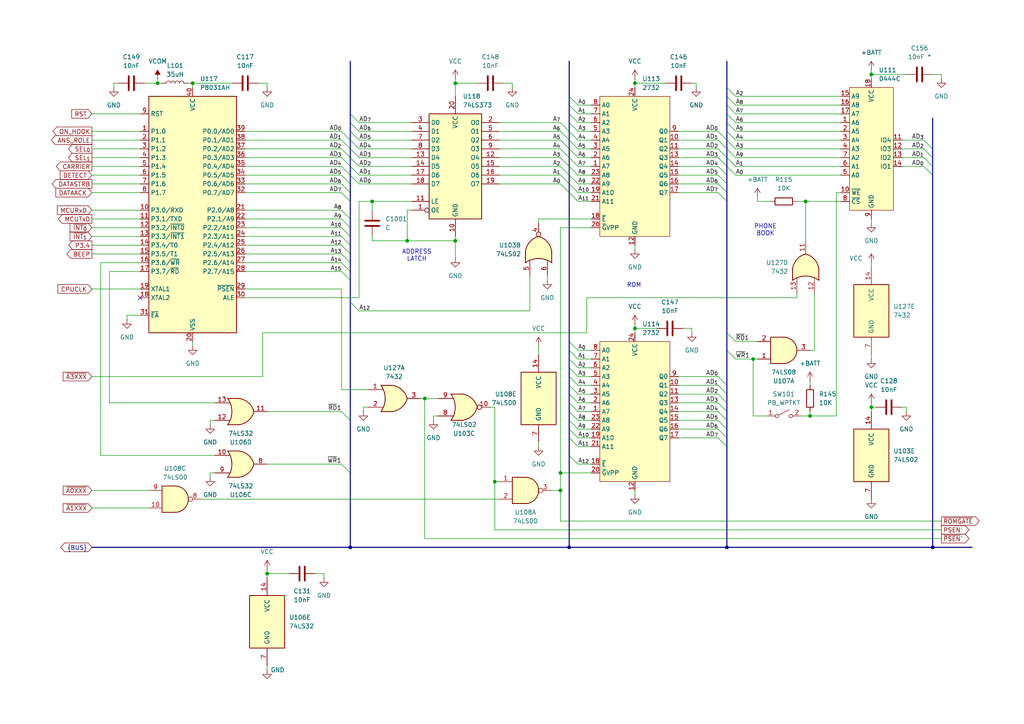
<source format=kicad_sch>
(kicad_sch (version 20250114) (generator "eeschema") (generator_version "9.0")
  (paper "A4")
  (lib_symbols
    (symbol "74xx:74LS00" (pin_names (offset 1.016))
      (property "Reference" "U" (at 0 1.27 0))
      (property "Value" "74LS00" (at 0 -1.27 0))
      (symbol "74LS00_1_1"
        (pin input line (at -7.62 2.54 0) (length 3.81) (name "~") (number "1"))
        (pin input line (at -7.62 -2.54 0) (length 3.81) (name "~") (number "2"))
        (pin output inverted (at 7.62 0 180) (length 3.81) (name "~") (number "3"))
      )
      (symbol "74LS00_1_2"
        (pin input inverted (at -7.62 2.54 0) (length 4.318) (name "~") (number "1"))
        (pin input inverted (at -7.62 -2.54 0) (length 4.318) (name "~") (number "2"))
        (pin output line (at 7.62 0 180) (length 3.81) (name "~") (number "3"))
      )
      (symbol "74LS00_2_1"
        (pin input line (at -7.62 2.54 0) (length 3.81) (name "~") (number "4"))
        (pin input line (at -7.62 -2.54 0) (length 3.81) (name "~") (number "5"))
        (pin output inverted (at 7.62 0 180) (length 3.81) (name "~") (number "6"))
      )
      (symbol "74LS00_2_2"
        (pin input inverted (at -7.62 2.54 0) (length 4.318) (name "~") (number "4"))
        (pin input inverted (at -7.62 -2.54 0) (length 4.318) (name "~") (number "5"))
        (pin output line (at 7.62 0 180) (length 3.81) (name "~") (number "6"))
      )
      (symbol "74LS00_3_1"
        (pin input line (at -7.62 2.54 0) (length 3.81) (name "~") (number "9"))
        (pin input line (at -7.62 -2.54 0) (length 3.81) (name "~") (number "10"))
        (pin output inverted (at 7.62 0 180) (length 3.81) (name "~") (number "8"))
      )
      (symbol "74LS00_3_2"
        (pin input inverted (at -7.62 2.54 0) (length 4.318) (name "~") (number "9"))
        (pin input inverted (at -7.62 -2.54 0) (length 4.318) (name "~") (number "10"))
        (pin output line (at 7.62 0 180) (length 3.81) (name "~") (number "8"))
      )
      (symbol "74LS00_4_1"
        (pin input line (at -7.62 2.54 0) (length 3.81) (name "~") (number "12"))
        (pin input line (at -7.62 -2.54 0) (length 3.81) (name "~") (number "13"))
        (pin output inverted (at 7.62 0 180) (length 3.81) (name "~") (number "11"))
      )
      (symbol "74LS00_4_2"
        (pin input inverted (at -7.62 2.54 0) (length 4.318) (name "~") (number "12"))
        (pin input inverted (at -7.62 -2.54 0) (length 4.318) (name "~") (number "13"))
        (pin output line (at 7.62 0 180) (length 3.81) (name "~") (number "11"))
      )
      (symbol "74LS00_5_0"
        (pin power_in line (at 0 12.7 270) (length 5.08) (name "VCC") (number "14"))
        (pin power_in line (at 0 -12.7 90) (length 5.08) (name "GND") (number "7"))
      )
    )
    (symbol "74xx:74LS02" (pin_names (offset 1.016))
      (property "Reference" "U" (at 0 1.27 0))
      (property "Value" "74LS02" (at 0 -1.27 0))
      (symbol "74LS02_1_1"
        (pin input line (at -7.62 2.54 0) (length 4.318) (name "~") (number "2"))
        (pin input line (at -7.62 -2.54 0) (length 4.318) (name "~") (number "3"))
        (pin output inverted (at 7.62 0 180) (length 3.81) (name "~") (number "1"))
      )
      (symbol "74LS02_1_2"
        (pin input inverted (at -7.62 2.54 0) (length 3.81) (name "~") (number "2"))
        (pin input inverted (at -7.62 -2.54 0) (length 3.81) (name "~") (number "3"))
        (pin output line (at 7.62 0 180) (length 3.81) (name "~") (number "1"))
      )
      (symbol "74LS02_2_1"
        (pin input line (at -7.62 2.54 0) (length 4.318) (name "~") (number "5"))
        (pin input line (at -7.62 -2.54 0) (length 4.318) (name "~") (number "6"))
        (pin output inverted (at 7.62 0 180) (length 3.81) (name "~") (number "4"))
      )
      (symbol "74LS02_2_2"
        (pin input inverted (at -7.62 2.54 0) (length 3.81) (name "~") (number "5"))
        (pin input inverted (at -7.62 -2.54 0) (length 3.81) (name "~") (number "6"))
        (pin output line (at 7.62 0 180) (length 3.81) (name "~") (number "4"))
      )
      (symbol "74LS02_3_1"
        (pin input line (at -7.62 2.54 0) (length 4.318) (name "~") (number "8"))
        (pin input line (at -7.62 -2.54 0) (length 4.318) (name "~") (number "9"))
        (pin output inverted (at 7.62 0 180) (length 3.81) (name "~") (number "10"))
      )
      (symbol "74LS02_3_2"
        (pin input inverted (at -7.62 2.54 0) (length 3.81) (name "~") (number "8"))
        (pin input inverted (at -7.62 -2.54 0) (length 3.81) (name "~") (number "9"))
        (pin output line (at 7.62 0 180) (length 3.81) (name "~") (number "10"))
      )
      (symbol "74LS02_4_1"
        (pin input line (at -7.62 2.54 0) (length 4.318) (name "~") (number "11"))
        (pin input line (at -7.62 -2.54 0) (length 4.318) (name "~") (number "12"))
        (pin output inverted (at 7.62 0 180) (length 3.81) (name "~") (number "13"))
      )
      (symbol "74LS02_4_2"
        (pin input inverted (at -7.62 2.54 0) (length 3.81) (name "~") (number "11"))
        (pin input inverted (at -7.62 -2.54 0) (length 3.81) (name "~") (number "12"))
        (pin output line (at 7.62 0 180) (length 3.81) (name "~") (number "13"))
      )
      (symbol "74LS02_5_0"
        (pin power_in line (at 0 12.7 270) (length 5.08) (name "VCC") (number "14"))
        (pin power_in line (at 0 -12.7 90) (length 5.08) (name "GND") (number "7"))
      )
    )
    (symbol "74xx:74LS08" (pin_names (offset 1.016))
      (property "Reference" "U" (at 0 1.27 0))
      (property "Value" "74LS08" (at 0 -1.27 0))
      (symbol "74LS08_1_1"
        (pin input line (at -7.62 2.54 0) (length 3.81) (name "~") (number "1"))
        (pin input line (at -7.62 -2.54 0) (length 3.81) (name "~") (number "2"))
        (pin output line (at 7.62 0 180) (length 3.81) (name "~") (number "3"))
      )
      (symbol "74LS08_1_2"
        (pin input inverted (at -7.62 2.54 0) (length 4.318) (name "~") (number "1"))
        (pin input inverted (at -7.62 -2.54 0) (length 4.318) (name "~") (number "2"))
        (pin output inverted (at 7.62 0 180) (length 3.81) (name "~") (number "3"))
      )
      (symbol "74LS08_2_1"
        (pin input line (at -7.62 2.54 0) (length 3.81) (name "~") (number "4"))
        (pin input line (at -7.62 -2.54 0) (length 3.81) (name "~") (number "5"))
        (pin output line (at 7.62 0 180) (length 3.81) (name "~") (number "6"))
      )
      (symbol "74LS08_2_2"
        (pin input inverted (at -7.62 2.54 0) (length 4.318) (name "~") (number "4"))
        (pin input inverted (at -7.62 -2.54 0) (length 4.318) (name "~") (number "5"))
        (pin output inverted (at 7.62 0 180) (length 3.81) (name "~") (number "6"))
      )
      (symbol "74LS08_3_1"
        (pin input line (at -7.62 2.54 0) (length 3.81) (name "~") (number "9"))
        (pin input line (at -7.62 -2.54 0) (length 3.81) (name "~") (number "10"))
        (pin output line (at 7.62 0 180) (length 3.81) (name "~") (number "8"))
      )
      (symbol "74LS08_3_2"
        (pin input inverted (at -7.62 2.54 0) (length 4.318) (name "~") (number "9"))
        (pin input inverted (at -7.62 -2.54 0) (length 4.318) (name "~") (number "10"))
        (pin output inverted (at 7.62 0 180) (length 3.81) (name "~") (number "8"))
      )
      (symbol "74LS08_4_1"
        (pin input line (at -7.62 2.54 0) (length 3.81) (name "~") (number "12"))
        (pin input line (at -7.62 -2.54 0) (length 3.81) (name "~") (number "13"))
        (pin output line (at 7.62 0 180) (length 3.81) (name "~") (number "11"))
      )
      (symbol "74LS08_4_2"
        (pin input inverted (at -7.62 2.54 0) (length 4.318) (name "~") (number "12"))
        (pin input inverted (at -7.62 -2.54 0) (length 4.318) (name "~") (number "13"))
        (pin output inverted (at 7.62 0 180) (length 3.81) (name "~") (number "11"))
      )
      (symbol "74LS08_5_0"
        (pin power_in line (at 0 12.7 270) (length 5.08) (name "VCC") (number "14"))
        (pin power_in line (at 0 -12.7 90) (length 5.08) (name "GND") (number "7"))
      )
    )
    (symbol "74xx:74LS32" (pin_names (offset 1.016))
      (property "Reference" "U" (at 0 1.27 0))
      (property "Value" "74LS32" (at 0 -1.27 0))
      (symbol "74LS32_1_1"
        (pin input line (at -7.62 2.54 0) (length 4.318) (name "~") (number "1"))
        (pin input line (at -7.62 -2.54 0) (length 4.318) (name "~") (number "2"))
        (pin output line (at 7.62 0 180) (length 3.81) (name "~") (number "3"))
      )
      (symbol "74LS32_1_2"
        (pin input inverted (at -7.62 2.54 0) (length 3.81) (name "~") (number "1"))
        (pin input inverted (at -7.62 -2.54 0) (length 3.81) (name "~") (number "2"))
        (pin output inverted (at 7.62 0 180) (length 3.81) (name "~") (number "3"))
      )
      (symbol "74LS32_2_1"
        (pin input line (at -7.62 2.54 0) (length 4.318) (name "~") (number "4"))
        (pin input line (at -7.62 -2.54 0) (length 4.318) (name "~") (number "5"))
        (pin output line (at 7.62 0 180) (length 3.81) (name "~") (number "6"))
      )
      (symbol "74LS32_2_2"
        (pin input inverted (at -7.62 2.54 0) (length 3.81) (name "~") (number "4"))
        (pin input inverted (at -7.62 -2.54 0) (length 3.81) (name "~") (number "5"))
        (pin output inverted (at 7.62 0 180) (length 3.81) (name "~") (number "6"))
      )
      (symbol "74LS32_3_1"
        (pin input line (at -7.62 2.54 0) (length 4.318) (name "~") (number "9"))
        (pin input line (at -7.62 -2.54 0) (length 4.318) (name "~") (number "10"))
        (pin output line (at 7.62 0 180) (length 3.81) (name "~") (number "8"))
      )
      (symbol "74LS32_3_2"
        (pin input inverted (at -7.62 2.54 0) (length 3.81) (name "~") (number "9"))
        (pin input inverted (at -7.62 -2.54 0) (length 3.81) (name "~") (number "10"))
        (pin output inverted (at 7.62 0 180) (length 3.81) (name "~") (number "8"))
      )
      (symbol "74LS32_4_1"
        (pin input line (at -7.62 2.54 0) (length 4.318) (name "~") (number "12"))
        (pin input line (at -7.62 -2.54 0) (length 4.318) (name "~") (number "13"))
        (pin output line (at 7.62 0 180) (length 3.81) (name "~") (number "11"))
      )
      (symbol "74LS32_4_2"
        (pin input inverted (at -7.62 2.54 0) (length 3.81) (name "~") (number "12"))
        (pin input inverted (at -7.62 -2.54 0) (length 3.81) (name "~") (number "13"))
        (pin output inverted (at 7.62 0 180) (length 3.81) (name "~") (number "11"))
      )
      (symbol "74LS32_5_0"
        (pin power_in line (at 0 12.7 270) (length 5.08) (name "VCC") (number "14"))
        (pin power_in line (at 0 -12.7 90) (length 5.08) (name "GND") (number "7"))
      )
    )
    (symbol "74xx:74LS373"
      (property "Reference" "U" (at -7.62 16.51 0))
      (property "Value" "74LS373" (at -7.62 -16.51 0))
      (symbol "74LS373_1_0"
        (pin input line (at -12.7 12.7 0) (length 5.08) (name "D0") (number "3"))
        (pin input line (at -12.7 10.16 0) (length 5.08) (name "D1") (number "4"))
        (pin input line (at -12.7 7.62 0) (length 5.08) (name "D2") (number "7"))
        (pin input line (at -12.7 5.08 0) (length 5.08) (name "D3") (number "8"))
        (pin input line (at -12.7 2.54 0) (length 5.08) (name "D4") (number "13"))
        (pin input line (at -12.7 0 0) (length 5.08) (name "D5") (number "14"))
        (pin input line (at -12.7 -2.54 0) (length 5.08) (name "D6") (number "17"))
        (pin input line (at -12.7 -5.08 0) (length 5.08) (name "D7") (number "18"))
        (pin input line (at -12.7 -10.16 0) (length 5.08) (name "LE") (number "11"))
        (pin input inverted (at -12.7 -12.7 0) (length 5.08) (name "OE") (number "1"))
        (pin power_in line (at 0 20.32 270) (length 5.08) (name "VCC") (number "20"))
        (pin power_in line (at 0 -20.32 90) (length 5.08) (name "GND") (number "10"))
        (pin tri_state line (at 12.7 12.7 180) (length 5.08) (name "O0") (number "2"))
        (pin tri_state line (at 12.7 10.16 180) (length 5.08) (name "O1") (number "5"))
        (pin tri_state line (at 12.7 7.62 180) (length 5.08) (name "O2") (number "6"))
        (pin tri_state line (at 12.7 5.08 180) (length 5.08) (name "O3") (number "9"))
        (pin tri_state line (at 12.7 2.54 180) (length 5.08) (name "O4") (number "12"))
        (pin tri_state line (at 12.7 0 180) (length 5.08) (name "O5") (number "15"))
        (pin tri_state line (at 12.7 -2.54 180) (length 5.08) (name "O6") (number "16"))
        (pin tri_state line (at 12.7 -5.08 180) (length 5.08) (name "O7") (number "19"))
      )
    )
    (symbol "Device:C" (pin_numbers (hide yes)) (pin_names (offset 0.254))
      (property "Reference" "C" (at 0.635 2.54 0))
      (property "Value" "C" (at 0.635 -2.54 0))
      (symbol "C_1_1"
        (pin passive line (at 0 3.81 270) (length 2.794) (name "~") (number "1"))
        (pin passive line (at 0 -3.81 90) (length 2.794) (name "~") (number "2"))
      )
    )
    (symbol "Device:L" (pin_numbers (hide yes)) (pin_names (offset 1.016) (hide yes))
      (property "Reference" "L" (at -1.27 0 90))
      (property "Value" "L" (at 1.905 0 90))
      (symbol "L_1_1"
        (pin passive line (at 0 3.81 270) (length 1.27) (name "1") (number "1"))
        (pin passive line (at 0 -3.81 90) (length 1.27) (name "2") (number "2"))
      )
    )
    (symbol "Device:R" (pin_numbers (hide yes)) (pin_names (offset 0))
      (property "Reference" "R" (at 2.032 0 90))
      (property "Value" "R" (at 0 0 90))
      (symbol "R_1_1"
        (pin passive line (at 0 3.81 270) (length 1.27) (name "~") (number "1"))
        (pin passive line (at 0 -3.81 90) (length 1.27) (name "~") (number "2"))
      )
    )
    (symbol "MCU_Intel:P8031AH"
      (property "Reference" "U" (at -11.684 35.052 0))
      (property "Value" "P8031AH" (at 8.128 35.052 0))
      (symbol "P8031AH_1_0"
        (pin bidirectional line (at -15.24 17.78 0) (length 2.54) (name "P1.2") (number "3"))
      )
      (symbol "P8031AH_1_1"
        (pin input line (at -15.24 27.94 0) (length 2.54) (name "RST") (number "9"))
        (pin bidirectional line (at -15.24 22.86 0) (length 2.54) (name "P1.0") (number "1"))
        (pin bidirectional line (at -15.24 20.32 0) (length 2.54) (name "P1.1") (number "2"))
        (pin bidirectional line (at -15.24 15.24 0) (length 2.54) (name "P1.3") (number "4"))
        (pin bidirectional line (at -15.24 12.7 0) (length 2.54) (name "P1.4") (number "5"))
        (pin bidirectional line (at -15.24 10.16 0) (length 2.54) (name "P1.5") (number "6"))
        (pin bidirectional line (at -15.24 7.62 0) (length 2.54) (name "P1.6") (number "7"))
        (pin bidirectional line (at -15.24 5.08 0) (length 2.54) (name "P1.7") (number "8"))
        (pin bidirectional line (at -15.24 0 0) (length 2.54) (name "P3.0/RXD") (number "10"))
        (pin bidirectional line (at -15.24 -2.54 0) (length 2.54) (name "P3.1/TXD") (number "11"))
        (pin bidirectional line (at -15.24 -5.08 0) (length 2.54) (name "P3.2/~{INT0}") (number "12"))
        (pin bidirectional line (at -15.24 -7.62 0) (length 2.54) (name "P3.3/~{INT1}") (number "13"))
        (pin bidirectional line (at -15.24 -10.16 0) (length 2.54) (name "P3.4/T0") (number "14"))
        (pin bidirectional line (at -15.24 -12.7 0) (length 2.54) (name "P3.5/T1") (number "15"))
        (pin bidirectional line (at -15.24 -15.24 0) (length 2.54) (name "P3.6/~{WR}") (number "16"))
        (pin bidirectional line (at -15.24 -17.78 0) (length 2.54) (name "P3.7/~{RD}") (number "17"))
        (pin input line (at -15.24 -22.86 0) (length 2.54) (name "XTAL1") (number "19"))
        (pin output line (at -15.24 -25.4 0) (length 2.54) (name "XTAL2") (number "18"))
        (pin input line (at -15.24 -30.48 0) (length 2.54) (name "~{EA}") (number "31"))
        (pin power_in line (at 0 35.56 270) (length 2.54) (name "VCC") (number "40"))
        (pin power_in line (at 0 -38.1 90) (length 2.54) (name "VSS") (number "20"))
        (pin bidirectional line (at 15.24 22.86 180) (length 2.54) (name "P0.0/AD0") (number "39"))
        (pin bidirectional line (at 15.24 20.32 180) (length 2.54) (name "P0.1/AD1") (number "38"))
        (pin bidirectional line (at 15.24 17.78 180) (length 2.54) (name "P0.2/AD2") (number "37"))
        (pin bidirectional line (at 15.24 15.24 180) (length 2.54) (name "P0.3/AD3") (number "36"))
        (pin bidirectional line (at 15.24 12.7 180) (length 2.54) (name "P0.4/AD4") (number "35"))
        (pin bidirectional line (at 15.24 10.16 180) (length 2.54) (name "P0.5/AD5") (number "34"))
        (pin bidirectional line (at 15.24 7.62 180) (length 2.54) (name "P0.6/AD6") (number "33"))
        (pin bidirectional line (at 15.24 5.08 180) (length 2.54) (name "P0.7/AD7") (number "32"))
        (pin bidirectional line (at 15.24 0 180) (length 2.54) (name "P2.0/A8") (number "21"))
        (pin bidirectional line (at 15.24 -2.54 180) (length 2.54) (name "P2.1/A9") (number "22"))
        (pin bidirectional line (at 15.24 -5.08 180) (length 2.54) (name "P2.2/A10") (number "23"))
        (pin bidirectional line (at 15.24 -7.62 180) (length 2.54) (name "P2.3/A11") (number "24"))
        (pin bidirectional line (at 15.24 -10.16 180) (length 2.54) (name "P2.4/A12") (number "25"))
        (pin bidirectional line (at 15.24 -12.7 180) (length 2.54) (name "P2.5/A13") (number "26"))
        (pin bidirectional line (at 15.24 -15.24 180) (length 2.54) (name "P2.6/A14") (number "27"))
        (pin bidirectional line (at 15.24 -17.78 180) (length 2.54) (name "P2.7/A15") (number "28"))
        (pin output line (at 15.24 -22.86 180) (length 2.54) (name "~{PSEN}") (number "29"))
        (pin output line (at 15.24 -25.4 180) (length 2.54) (name "ALE") (number "30"))
      )
    )
    (symbol "Switch:SW_SPST" (pin_names (offset 0) (hide yes))
      (property "Reference" "SW" (at 0 3.175 0))
      (property "Value" "SW_SPST" (at 0 -2.54 0))
      (symbol "SW_SPST_1_1"
        (pin passive line (at -5.08 0 0) (length 2.54) (name "A") (number "1"))
        (pin passive line (at 5.08 0 180) (length 2.54) (name "B") (number "2"))
      )
    )
    (symbol "ZX1:2732"
      (property "Reference" "U" (at 0 5.08 0))
      (property "Value" "2732" (at 0 5.08 0))
      (symbol "2732_1_1"
        (pin input line (at -12.7 16.51 0) (length 2.54) (name "A0") (number "8"))
        (pin input line (at -12.7 13.97 0) (length 2.54) (name "A1") (number "7"))
        (pin input line (at -12.7 11.43 0) (length 2.54) (name "A2") (number "6"))
        (pin input line (at -12.7 8.89 0) (length 2.54) (name "A3") (number "5"))
        (pin input line (at -12.7 6.35 0) (length 2.54) (name "A4") (number "4"))
        (pin input line (at -12.7 3.81 0) (length 2.54) (name "A5") (number "3"))
        (pin input line (at -12.7 1.27 0) (length 2.54) (name "A6") (number "2"))
        (pin input line (at -12.7 -1.27 0) (length 2.54) (name "A7") (number "1"))
        (pin input line (at -12.7 -3.81 0) (length 2.54) (name "A8") (number "23"))
        (pin input line (at -12.7 -6.35 0) (length 2.54) (name "A9") (number "22"))
        (pin input line (at -12.7 -8.89 0) (length 2.54) (name "A10") (number "19"))
        (pin input line (at -12.7 -11.43 0) (length 2.54) (name "A11") (number "21"))
        (pin input line (at -12.7 -16.51 0) (length 2.54) (name "~{E}") (number "18"))
        (pin input line (at -12.7 -19.05 0) (length 2.54) (name "~{G}VPP") (number "20"))
        (pin power_in line (at 0 21.59 270) (length 2.54) (name "VCC") (number "24"))
        (pin power_in line (at 0 -24.13 90) (length 2.54) (name "GND") (number "12"))
        (pin output line (at 12.7 8.89 180) (length 2.54) (name "Q0") (number "9"))
        (pin output line (at 12.7 6.35 180) (length 2.54) (name "Q1") (number "10"))
        (pin output line (at 12.7 3.81 180) (length 2.54) (name "Q2") (number "11"))
        (pin output line (at 12.7 1.27 180) (length 2.54) (name "Q3") (number "13"))
        (pin output line (at 12.7 -1.27 180) (length 2.54) (name "Q4") (number "14"))
        (pin output line (at 12.7 -3.81 180) (length 2.54) (name "Q5") (number "15"))
        (pin output line (at 12.7 -6.35 180) (length 2.54) (name "Q6") (number "16"))
        (pin output line (at 12.7 -8.89 180) (length 2.54) (name "Q7") (number "17"))
      )
    )
    (symbol "ZX1:D444C"
      (property "Reference" "U" (at 0 0 0))
      (property "Value" "D444C" (at 0 0 0))
      (symbol "D444C_1_1"
        (pin input line (at -8.89 15.24 0) (length 2.54) (name "A9") (number "15"))
        (pin input line (at -8.89 12.7 0) (length 2.54) (name "A8") (number "16"))
        (pin input line (at -8.89 10.16 0) (length 2.54) (name "A7") (number "17"))
        (pin input line (at -8.89 7.62 0) (length 2.54) (name "A6") (number "1"))
        (pin input line (at -8.89 5.08 0) (length 2.54) (name "A5") (number "2"))
        (pin input line (at -8.89 2.54 0) (length 2.54) (name "A4") (number "3"))
        (pin input line (at -8.89 0 0) (length 2.54) (name "A3") (number "4"))
        (pin input line (at -8.89 -2.54 0) (length 2.54) (name "A2") (number "7"))
        (pin input line (at -8.89 -5.08 0) (length 2.54) (name "A1") (number "6"))
        (pin input line (at -8.89 -7.62 0) (length 2.54) (name "A0") (number "5"))
        (pin input line (at -8.89 -12.7 0) (length 2.54) (name "~{WE}") (number "10"))
        (pin input line (at -8.89 -15.24 0) (length 2.54) (name "~{CS}") (number "8"))
        (pin power_in line (at 0 20.32 270) (length 2.54) (name "VCC") (number "18"))
        (pin power_in line (at 0 -20.32 90) (length 2.54) (name "GND") (number "9"))
        (pin bidirectional line (at 8.89 2.54 180) (length 2.54) (name "IO4") (number "11"))
        (pin bidirectional line (at 8.89 0 180) (length 2.54) (name "IO3") (number "12"))
        (pin bidirectional line (at 8.89 -2.54 180) (length 2.54) (name "IO2") (number "13"))
        (pin bidirectional line (at 8.89 -5.08 180) (length 2.54) (name "IO1") (number "14"))
      )
    )
    (symbol "power:+BATT" (power) (pin_numbers (hide yes)) (pin_names (offset 0) (hide yes))
      (property "Value" "+BATT" (at 0 3.556 0))
      (symbol "+BATT_1_1"
        (pin power_in line (at 0 0 90) (length 0) (name "~") (number "1"))
      )
    )
    (symbol "power:GND" (power) (pin_numbers (hide yes)) (pin_names (offset 0) (hide yes))
      (property "Value" "GND" (at 0 -3.81 0))
      (symbol "GND_1_1"
        (pin power_in line (at 0 0 270) (length 0) (name "~") (number "1"))
      )
    )
    (symbol "power:VCC" (power) (pin_numbers (hide yes)) (pin_names (offset 0) (hide yes))
      (property "Value" "VCC" (at 0 3.556 0))
      (symbol "VCC_1_1"
        (pin power_in line (at 0 0 90) (length 0) (name "~") (number "1"))
      )
    )
    (symbol "power:VCOM" (power) (pin_numbers (hide yes)) (pin_names (offset 0) (hide yes))
      (property "Value" "VCOM" (at 0 3.556 0))
      (symbol "VCOM_1_1"
        (pin power_in line (at 0 0 90) (length 0) (name "~") (number "1"))
      )
    )
  )
  (text "PHONE\nBOOK" (at 221.996 66.802 0) (effects (font (size 1.27 1.27))))
  (text "ROM" (at 183.896 82.804 0) (effects (font (size 1.27 1.27))))
  (text "ADDRESS\nLATCH" (at 120.904 74.168 0) (effects (font (size 1.27 1.27))))
  (junction (at 233.68 58.42))
  (junction (at 143.51 139.7))
  (junction (at 132.08 24.13))
  (junction (at 118.11 69.85))
  (junction (at 132.08 69.85))
  (junction (at 45.72 24.13))
  (junction (at 218.44 104.14))
  (junction (at 77.47 166.37))
  (junction (at 270.51 158.75))
  (junction (at 162.56 137.16))
  (junction (at 107.95 58.42))
  (junction (at 210.82 158.75))
  (junction (at 252.73 118.11))
  (junction (at 234.95 120.65))
  (junction (at 55.88 24.13))
  (junction (at 184.15 24.13))
  (junction (at 165.1 158.75))
  (junction (at 162.56 142.24))
  (junction (at 101.6 158.75))
  (junction (at 123.19 115.57))
  (junction (at 252.73 21.59))
  (junction (at 184.15 95.25))
  (no_connect (at 40.64 86.36))
  (bus_entry (at 208.28 111.76) (size 2.54 2.54))
  (bus_entry (at 267.97 43.18) (size 2.54 2.54))
  (bus_entry (at 165.1 104.14) (size 2.54 2.54))
  (bus_entry (at 101.6 68.58) (size -2.54 -2.54))
  (bus_entry (at 101.6 38.1) (size 2.54 2.54))
  (bus_entry (at 165.1 27.94) (size 2.54 2.54))
  (bus_entry (at 101.6 48.26) (size 2.54 2.54))
  (bus_entry (at 99.06 53.34) (size 2.54 2.54))
  (bus_entry (at 167.64 50.8) (size -2.54 -2.54))
  (bus_entry (at 162.56 48.26) (size 2.54 2.54))
  (bus_entry (at 165.1 106.68) (size 2.54 2.54))
  (bus_entry (at 104.14 90.17) (size -2.54 -2.54))
  (bus_entry (at 167.64 45.72) (size -2.54 -2.54))
  (bus_entry (at 213.36 27.94) (size -2.54 -2.54))
  (bus_entry (at 165.1 132.08) (size 2.54 2.54))
  (bus_entry (at 167.64 55.88) (size -2.54 -2.54))
  (bus_entry (at 167.64 114.3) (size -2.54 -2.54))
  (bus_entry (at 210.82 96.52) (size 2.54 2.54))
  (bus_entry (at 101.6 71.12) (size -2.54 -2.54))
  (bus_entry (at 208.28 127) (size 2.54 2.54))
  (bus_entry (at 210.82 27.94) (size 2.54 2.54))
  (bus_entry (at 101.6 81.28) (size -2.54 -2.54))
  (bus_entry (at 267.97 45.72) (size 2.54 2.54))
  (bus_entry (at 213.36 48.26) (size -2.54 -2.54))
  (bus_entry (at 162.56 53.34) (size 2.54 2.54))
  (bus_entry (at 162.56 38.1) (size 2.54 2.54))
  (bus_entry (at 167.64 116.84) (size -2.54 -2.54))
  (bus_entry (at 99.06 48.26) (size 2.54 2.54))
  (bus_entry (at 165.1 45.72) (size -2.54 -2.54))
  (bus_entry (at 208.28 43.18) (size 2.54 2.54))
  (bus_entry (at 208.28 48.26) (size 2.54 2.54))
  (bus_entry (at 167.64 121.92) (size -2.54 -2.54))
  (bus_entry (at 165.1 101.6) (size 2.54 2.54))
  (bus_entry (at 165.1 99.06) (size 2.54 2.54))
  (bus_entry (at 167.64 58.42) (size -2.54 -2.54))
  (bus_entry (at 208.28 109.22) (size 2.54 2.54))
  (bus_entry (at 213.36 33.02) (size -2.54 -2.54))
  (bus_entry (at 213.36 45.72) (size -2.54 -2.54))
  (bus_entry (at 208.28 53.34) (size 2.54 2.54))
  (bus_entry (at 167.64 127) (size -2.54 -2.54))
  (bus_entry (at 167.64 53.34) (size -2.54 -2.54))
  (bus_entry (at 165.1 33.02) (size 2.54 2.54))
  (bus_entry (at 210.82 33.02) (size 2.54 2.54))
  (bus_entry (at 167.64 124.46) (size -2.54 -2.54))
  (bus_entry (at 267.97 40.64) (size 2.54 2.54))
  (bus_entry (at 99.06 55.88) (size 2.54 2.54))
  (bus_entry (at 167.64 111.76) (size -2.54 -2.54))
  (bus_entry (at 101.6 63.5) (size -2.54 -2.54))
  (bus_entry (at 208.28 121.92) (size 2.54 2.54))
  (bus_entry (at 99.06 38.1) (size 2.54 2.54))
  (bus_entry (at 208.28 50.8) (size 2.54 2.54))
  (bus_entry (at 208.28 124.46) (size 2.54 2.54))
  (bus_entry (at 99.06 119.38) (size 2.54 2.54))
  (bus_entry (at 99.06 43.18) (size 2.54 2.54))
  (bus_entry (at 208.28 119.38) (size 2.54 2.54))
  (bus_entry (at 208.28 38.1) (size 2.54 2.54))
  (bus_entry (at 99.06 50.8) (size 2.54 2.54))
  (bus_entry (at 165.1 116.84) (size 2.54 2.54))
  (bus_entry (at 208.28 55.88) (size 2.54 2.54))
  (bus_entry (at 101.6 76.2) (size -2.54 -2.54))
  (bus_entry (at 162.56 50.8) (size 2.54 2.54))
  (bus_entry (at 267.97 48.26) (size 2.54 2.54))
  (bus_entry (at 165.1 45.72) (size 2.54 2.54))
  (bus_entry (at 213.36 43.18) (size -2.54 -2.54))
  (bus_entry (at 101.6 45.72) (size 2.54 2.54))
  (bus_entry (at 101.6 78.74) (size -2.54 -2.54))
  (bus_entry (at 210.82 38.1) (size 2.54 2.54))
  (bus_entry (at 101.6 43.18) (size 2.54 2.54))
  (bus_entry (at 101.6 66.04) (size -2.54 -2.54))
  (bus_entry (at 99.06 40.64) (size 2.54 2.54))
  (bus_entry (at 101.6 50.8) (size 2.54 2.54))
  (bus_entry (at 162.56 45.72) (size 2.54 2.54))
  (bus_entry (at 167.64 129.54) (size -2.54 -2.54))
  (bus_entry (at 208.28 45.72) (size 2.54 2.54))
  (bus_entry (at 165.1 30.48) (size 2.54 2.54))
  (bus_entry (at 210.82 35.56) (size 2.54 2.54))
  (bus_entry (at 213.36 50.8) (size -2.54 -2.54))
  (bus_entry (at 99.06 45.72) (size 2.54 2.54))
  (bus_entry (at 101.6 33.02) (size 2.54 2.54))
  (bus_entry (at 208.28 114.3) (size 2.54 2.54))
  (bus_entry (at 162.56 40.64) (size 2.54 2.54))
  (bus_entry (at 101.6 35.56) (size 2.54 2.54))
  (bus_entry (at 101.6 73.66) (size -2.54 -2.54))
  (bus_entry (at 208.28 116.84) (size 2.54 2.54))
  (bus_entry (at 210.82 101.6) (size 2.54 2.54))
  (bus_entry (at 167.64 43.18) (size -2.54 -2.54))
  (bus_entry (at 167.64 40.64) (size -2.54 -2.54))
  (bus_entry (at 99.06 134.62) (size 2.54 2.54))
  (bus_entry (at 162.56 35.56) (size 2.54 2.54))
  (bus_entry (at 101.6 40.64) (size 2.54 2.54))
  (bus_entry (at 208.28 40.64) (size 2.54 2.54))
  (bus_entry (at 165.1 35.56) (size 2.54 2.54))
  (wire (pts (xy 144.78 48.26) (xy 162.56 48.26)))
  (bus (pts (xy 210.82 129.54) (xy 210.82 158.75)))
  (wire (pts (xy 254 118.11) (xy 252.73 118.11)))
  (wire (pts (xy 132.08 69.85) (xy 118.11 69.85)))
  (wire (pts (xy 184.15 142.24) (xy 184.15 143.51)))
  (wire (pts (xy 167.64 40.64) (xy 171.45 40.64)))
  (bus (pts (xy 210.82 27.94) (xy 210.82 30.48)))
  (bus (pts (xy 101.6 78.74) (xy 101.6 81.28)))
  (wire (pts (xy 104.14 53.34) (xy 119.38 53.34)))
  (wire (pts (xy 71.12 60.96) (xy 99.06 60.96)))
  (wire (pts (xy 153.67 80.01) (xy 153.67 90.17)))
  (wire (pts (xy 144.78 43.18) (xy 162.56 43.18)))
  (wire (pts (xy 252.73 118.11) (xy 252.73 119.38)))
  (wire (pts (xy 54.61 24.13) (xy 55.88 24.13)))
  (bus (pts (xy 210.82 48.26) (xy 210.82 50.8)))
  (wire (pts (xy 167.64 38.1) (xy 171.45 38.1)))
  (wire (pts (xy 196.85 127) (xy 208.28 127)))
  (wire (pts (xy 77.47 119.38) (xy 99.06 119.38)))
  (wire (pts (xy 167.64 119.38) (xy 171.45 119.38)))
  (wire (pts (xy 71.12 73.66) (xy 99.06 73.66)))
  (wire (pts (xy 26.67 45.72) (xy 40.64 45.72)))
  (wire (pts (xy 144.78 45.72) (xy 162.56 45.72)))
  (wire (pts (xy 167.64 58.42) (xy 171.45 58.42)))
  (wire (pts (xy 219.71 58.42) (xy 219.71 57.15)))
  (wire (pts (xy 26.67 142.24) (xy 43.18 142.24)))
  (bus (pts (xy 165.1 40.64) (xy 165.1 43.18)))
  (bus (pts (xy 210.82 58.42) (xy 210.82 96.52)))
  (wire (pts (xy 123.19 156.21) (xy 273.05 156.21)))
  (wire (pts (xy 184.15 24.13) (xy 184.15 25.4)))
  (bus (pts (xy 165.1 104.14) (xy 165.1 106.68)))
  (wire (pts (xy 167.64 30.48) (xy 171.45 30.48)))
  (wire (pts (xy 213.36 50.8) (xy 243.84 50.8)))
  (bus (pts (xy 165.1 119.38) (xy 165.1 121.92)))
  (bus (pts (xy 165.1 30.48) (xy 165.1 33.02)))
  (bus (pts (xy 270.51 45.72) (xy 270.51 48.26)))
  (wire (pts (xy 196.85 38.1) (xy 208.28 38.1)))
  (wire (pts (xy 107.95 58.42) (xy 104.14 58.42)))
  (bus (pts (xy 210.82 101.6) (xy 210.82 111.76)))
  (wire (pts (xy 162.56 137.16) (xy 171.45 137.16)))
  (wire (pts (xy 55.88 99.06) (xy 55.88 100.33)))
  (wire (pts (xy 156.21 100.33) (xy 156.21 102.87)))
  (wire (pts (xy 104.14 50.8) (xy 119.38 50.8)))
  (bus (pts (xy 165.1 99.06) (xy 165.1 101.6)))
  (wire (pts (xy 26.67 73.66) (xy 40.64 73.66)))
  (wire (pts (xy 71.12 76.2) (xy 99.06 76.2)))
  (bus (pts (xy 210.82 158.75) (xy 270.51 158.75)))
  (bus (pts (xy 165.1 48.26) (xy 165.1 50.8)))
  (wire (pts (xy 55.88 24.13) (xy 67.31 24.13)))
  (bus (pts (xy 210.82 17.78) (xy 210.82 25.4)))
  (wire (pts (xy 162.56 142.24) (xy 162.56 151.13)))
  (wire (pts (xy 26.67 53.34) (xy 40.64 53.34)))
  (wire (pts (xy 156.21 63.5) (xy 171.45 63.5)))
  (bus (pts (xy 165.1 124.46) (xy 165.1 127)))
  (bus (pts (xy 165.1 55.88) (xy 165.1 99.06)))
  (wire (pts (xy 170.18 86.36) (xy 170.18 96.52)))
  (wire (pts (xy 26.67 63.5) (xy 40.64 63.5)))
  (wire (pts (xy 148.59 24.13) (xy 146.05 24.13)))
  (bus (pts (xy 210.82 121.92) (xy 210.82 124.46)))
  (wire (pts (xy 40.64 78.74) (xy 31.75 78.74)))
  (bus (pts (xy 210.82 35.56) (xy 210.82 38.1)))
  (bus (pts (xy 101.6 53.34) (xy 101.6 55.88)))
  (bus (pts (xy 101.6 17.78) (xy 101.6 33.02)))
  (wire (pts (xy 144.78 38.1) (xy 162.56 38.1)))
  (wire (pts (xy 162.56 66.04) (xy 162.56 137.16)))
  (wire (pts (xy 261.62 40.64) (xy 267.97 40.64)))
  (wire (pts (xy 243.84 55.88) (xy 242.57 55.88)))
  (wire (pts (xy 26.67 109.22) (xy 76.2 109.22)))
  (wire (pts (xy 167.64 43.18) (xy 171.45 43.18)))
  (wire (pts (xy 123.19 115.57) (xy 127 115.57)))
  (bus (pts (xy 101.6 58.42) (xy 101.6 63.5)))
  (wire (pts (xy 196.85 40.64) (xy 208.28 40.64)))
  (wire (pts (xy 218.44 104.14) (xy 219.71 104.14)))
  (bus (pts (xy 165.1 53.34) (xy 165.1 55.88)))
  (wire (pts (xy 26.67 38.1) (xy 40.64 38.1)))
  (wire (pts (xy 167.64 53.34) (xy 171.45 53.34)))
  (wire (pts (xy 196.85 109.22) (xy 208.28 109.22)))
  (wire (pts (xy 104.14 43.18) (xy 119.38 43.18)))
  (bus (pts (xy 165.1 121.92) (xy 165.1 124.46)))
  (wire (pts (xy 31.75 78.74) (xy 31.75 116.84)))
  (bus (pts (xy 101.6 63.5) (xy 101.6 66.04)))
  (bus (pts (xy 101.6 68.58) (xy 101.6 71.12)))
  (bus (pts (xy 101.6 48.26) (xy 101.6 50.8)))
  (wire (pts (xy 213.36 30.48) (xy 243.84 30.48)))
  (wire (pts (xy 223.52 58.42) (xy 219.71 58.42)))
  (wire (pts (xy 153.67 90.17) (xy 104.14 90.17)))
  (wire (pts (xy 167.64 134.62) (xy 171.45 134.62)))
  (bus (pts (xy 101.6 38.1) (xy 101.6 40.64)))
  (wire (pts (xy 26.67 60.96) (xy 40.64 60.96)))
  (bus (pts (xy 210.82 116.84) (xy 210.82 119.38)))
  (wire (pts (xy 196.85 121.92) (xy 208.28 121.92)))
  (bus (pts (xy 165.1 43.18) (xy 165.1 45.72)))
  (wire (pts (xy 196.85 124.46) (xy 208.28 124.46)))
  (bus (pts (xy 210.82 55.88) (xy 210.82 58.42)))
  (wire (pts (xy 167.64 55.88) (xy 171.45 55.88)))
  (wire (pts (xy 162.56 66.04) (xy 171.45 66.04)))
  (wire (pts (xy 160.02 142.24) (xy 162.56 142.24)))
  (bus (pts (xy 210.82 40.64) (xy 210.82 43.18)))
  (wire (pts (xy 40.64 91.44) (xy 36.83 91.44)))
  (wire (pts (xy 29.21 132.08) (xy 62.23 132.08)))
  (bus (pts (xy 210.82 25.4) (xy 210.82 27.94)))
  (bus (pts (xy 101.6 158.75) (xy 165.1 158.75)))
  (wire (pts (xy 71.12 45.72) (xy 99.06 45.72)))
  (wire (pts (xy 26.67 147.32) (xy 43.18 147.32)))
  (wire (pts (xy 29.21 76.2) (xy 29.21 132.08)))
  (wire (pts (xy 196.85 116.84) (xy 208.28 116.84)))
  (wire (pts (xy 26.67 48.26) (xy 40.64 48.26)))
  (wire (pts (xy 125.73 121.92) (xy 125.73 120.65)))
  (wire (pts (xy 213.36 99.06) (xy 219.71 99.06)))
  (bus (pts (xy 101.6 55.88) (xy 101.6 58.42)))
  (wire (pts (xy 74.93 24.13) (xy 77.47 24.13)))
  (bus (pts (xy 101.6 50.8) (xy 101.6 53.34)))
  (wire (pts (xy 105.41 118.11) (xy 105.41 119.38)))
  (wire (pts (xy 99.06 83.82) (xy 99.06 113.03)))
  (bus (pts (xy 210.82 30.48) (xy 210.82 33.02)))
  (wire (pts (xy 132.08 69.85) (xy 132.08 74.93)))
  (wire (pts (xy 231.14 58.42) (xy 233.68 58.42)))
  (wire (pts (xy 138.43 24.13) (xy 132.08 24.13)))
  (wire (pts (xy 213.36 33.02) (xy 243.84 33.02)))
  (wire (pts (xy 218.44 120.65) (xy 222.25 120.65)))
  (bus (pts (xy 165.1 50.8) (xy 165.1 53.34)))
  (bus (pts (xy 165.1 27.94) (xy 165.1 30.48)))
  (wire (pts (xy 26.67 55.88) (xy 40.64 55.88)))
  (wire (pts (xy 190.5 95.25) (xy 184.15 95.25)))
  (wire (pts (xy 170.18 96.52) (xy 76.2 96.52)))
  (wire (pts (xy 252.73 20.32) (xy 252.73 21.59)))
  (wire (pts (xy 167.64 121.92) (xy 171.45 121.92)))
  (wire (pts (xy 45.72 24.13) (xy 46.99 24.13)))
  (wire (pts (xy 213.36 27.94) (xy 243.84 27.94)))
  (wire (pts (xy 234.95 119.38) (xy 234.95 120.65)))
  (wire (pts (xy 107.95 58.42) (xy 107.95 60.96)))
  (wire (pts (xy 156.21 128.27) (xy 156.21 129.54)))
  (bus (pts (xy 270.51 158.75) (xy 281.94 158.75)))
  (wire (pts (xy 40.64 83.82) (xy 26.67 83.82)))
  (wire (pts (xy 213.36 40.64) (xy 243.84 40.64)))
  (wire (pts (xy 132.08 68.58) (xy 132.08 69.85)))
  (wire (pts (xy 158.75 80.01) (xy 158.75 81.28)))
  (wire (pts (xy 252.73 76.2) (xy 252.73 77.47)))
  (wire (pts (xy 144.78 40.64) (xy 162.56 40.64)))
  (bus (pts (xy 210.82 33.02) (xy 210.82 35.56)))
  (wire (pts (xy 132.08 24.13) (xy 132.08 27.94)))
  (wire (pts (xy 93.98 166.37) (xy 93.98 167.64)))
  (wire (pts (xy 236.22 85.09) (xy 236.22 101.6)))
  (bus (pts (xy 26.67 158.75) (xy 101.6 158.75)))
  (bus (pts (xy 165.1 45.72) (xy 165.1 48.26)))
  (wire (pts (xy 261.62 43.18) (xy 267.97 43.18)))
  (wire (pts (xy 196.85 50.8) (xy 208.28 50.8)))
  (bus (pts (xy 210.82 114.3) (xy 210.82 116.84)))
  (wire (pts (xy 261.62 48.26) (xy 267.97 48.26)))
  (wire (pts (xy 71.12 48.26) (xy 99.06 48.26)))
  (wire (pts (xy 196.85 45.72) (xy 208.28 45.72)))
  (wire (pts (xy 167.64 111.76) (xy 171.45 111.76)))
  (wire (pts (xy 252.73 102.87) (xy 252.73 104.14)))
  (wire (pts (xy 71.12 55.88) (xy 99.06 55.88)))
  (wire (pts (xy 213.36 43.18) (xy 243.84 43.18)))
  (wire (pts (xy 33.02 24.13) (xy 33.02 25.4)))
  (wire (pts (xy 26.67 33.02) (xy 40.64 33.02)))
  (bus (pts (xy 165.1 116.84) (xy 165.1 119.38)))
  (wire (pts (xy 143.51 139.7) (xy 144.78 139.7)))
  (wire (pts (xy 200.66 95.25) (xy 200.66 96.52)))
  (wire (pts (xy 184.15 93.98) (xy 184.15 95.25)))
  (bus (pts (xy 101.6 40.64) (xy 101.6 43.18)))
  (wire (pts (xy 142.24 118.11) (xy 143.51 118.11)))
  (wire (pts (xy 167.64 104.14) (xy 171.45 104.14)))
  (wire (pts (xy 261.62 45.72) (xy 267.97 45.72)))
  (wire (pts (xy 144.78 50.8) (xy 162.56 50.8)))
  (wire (pts (xy 167.64 114.3) (xy 171.45 114.3)))
  (wire (pts (xy 104.14 48.26) (xy 119.38 48.26)))
  (wire (pts (xy 193.04 24.13) (xy 184.15 24.13)))
  (bus (pts (xy 101.6 71.12) (xy 101.6 73.66)))
  (bus (pts (xy 165.1 111.76) (xy 165.1 114.3)))
  (wire (pts (xy 104.14 45.72) (xy 119.38 45.72)))
  (wire (pts (xy 270.51 21.59) (xy 273.05 21.59)))
  (wire (pts (xy 121.92 115.57) (xy 123.19 115.57)))
  (bus (pts (xy 270.51 34.29) (xy 270.51 43.18)))
  (wire (pts (xy 196.85 43.18) (xy 208.28 43.18)))
  (bus (pts (xy 165.1 38.1) (xy 165.1 40.64)))
  (bus (pts (xy 210.82 124.46) (xy 210.82 127)))
  (wire (pts (xy 167.64 106.68) (xy 171.45 106.68)))
  (wire (pts (xy 162.56 151.13) (xy 273.05 151.13)))
  (wire (pts (xy 167.64 33.02) (xy 171.45 33.02)))
  (wire (pts (xy 62.23 137.16) (xy 60.96 137.16)))
  (bus (pts (xy 210.82 119.38) (xy 210.82 121.92)))
  (wire (pts (xy 234.95 110.49) (xy 234.95 111.76)))
  (wire (pts (xy 162.56 137.16) (xy 162.56 142.24)))
  (wire (pts (xy 144.78 35.56) (xy 162.56 35.56)))
  (bus (pts (xy 210.82 111.76) (xy 210.82 114.3)))
  (wire (pts (xy 104.14 35.56) (xy 119.38 35.56)))
  (bus (pts (xy 101.6 137.16) (xy 101.6 158.75)))
  (wire (pts (xy 213.36 104.14) (xy 218.44 104.14)))
  (wire (pts (xy 143.51 118.11) (xy 143.51 139.7)))
  (wire (pts (xy 242.57 55.88) (xy 242.57 120.65)))
  (wire (pts (xy 132.08 22.86) (xy 132.08 24.13)))
  (bus (pts (xy 101.6 33.02) (xy 101.6 35.56)))
  (bus (pts (xy 165.1 132.08) (xy 165.1 158.75)))
  (wire (pts (xy 167.64 50.8) (xy 171.45 50.8)))
  (wire (pts (xy 71.12 66.04) (xy 99.06 66.04)))
  (bus (pts (xy 101.6 73.66) (xy 101.6 76.2)))
  (wire (pts (xy 148.59 24.13) (xy 148.59 25.4)))
  (wire (pts (xy 104.14 58.42) (xy 104.14 86.36)))
  (wire (pts (xy 252.73 116.84) (xy 252.73 118.11)))
  (wire (pts (xy 234.95 120.65) (xy 242.57 120.65)))
  (wire (pts (xy 143.51 139.7) (xy 143.51 153.67)))
  (wire (pts (xy 29.21 76.2) (xy 40.64 76.2)))
  (wire (pts (xy 58.42 144.78) (xy 144.78 144.78)))
  (wire (pts (xy 125.73 120.65) (xy 127 120.65)))
  (wire (pts (xy 71.12 83.82) (xy 99.06 83.82)))
  (wire (pts (xy 107.95 68.58) (xy 107.95 69.85)))
  (wire (pts (xy 60.96 137.16) (xy 60.96 138.43)))
  (wire (pts (xy 77.47 193.04) (xy 77.47 194.31)))
  (wire (pts (xy 198.12 95.25) (xy 200.66 95.25)))
  (wire (pts (xy 104.14 86.36) (xy 71.12 86.36)))
  (wire (pts (xy 213.36 38.1) (xy 243.84 38.1)))
  (wire (pts (xy 234.95 120.65) (xy 232.41 120.65)))
  (wire (pts (xy 184.15 71.12) (xy 184.15 72.39)))
  (wire (pts (xy 273.05 21.59) (xy 273.05 22.86)))
  (wire (pts (xy 167.64 124.46) (xy 171.45 124.46)))
  (wire (pts (xy 118.11 60.96) (xy 119.38 60.96)))
  (wire (pts (xy 167.64 116.84) (xy 171.45 116.84)))
  (wire (pts (xy 71.12 40.64) (xy 99.06 40.64)))
  (bus (pts (xy 165.1 33.02) (xy 165.1 35.56)))
  (bus (pts (xy 210.82 53.34) (xy 210.82 55.88)))
  (bus (pts (xy 270.51 50.8) (xy 270.51 158.75)))
  (wire (pts (xy 71.12 50.8) (xy 99.06 50.8)))
  (bus (pts (xy 165.1 17.78) (xy 165.1 27.94)))
  (wire (pts (xy 196.85 114.3) (xy 208.28 114.3)))
  (wire (pts (xy 170.18 86.36) (xy 231.14 86.36)))
  (wire (pts (xy 184.15 95.25) (xy 184.15 96.52)))
  (bus (pts (xy 270.51 48.26) (xy 270.51 50.8)))
  (wire (pts (xy 71.12 38.1) (xy 99.06 38.1)))
  (bus (pts (xy 165.1 127) (xy 165.1 132.08)))
  (wire (pts (xy 104.14 38.1) (xy 119.38 38.1)))
  (wire (pts (xy 26.67 66.04) (xy 40.64 66.04)))
  (wire (pts (xy 184.15 22.86) (xy 184.15 24.13)))
  (bus (pts (xy 270.51 43.18) (xy 270.51 45.72)))
  (wire (pts (xy 144.78 53.34) (xy 162.56 53.34)))
  (wire (pts (xy 26.67 43.18) (xy 40.64 43.18)))
  (wire (pts (xy 118.11 69.85) (xy 118.11 60.96)))
  (wire (pts (xy 167.64 45.72) (xy 171.45 45.72)))
  (wire (pts (xy 83.82 166.37) (xy 77.47 166.37)))
  (wire (pts (xy 196.85 55.88) (xy 208.28 55.88)))
  (wire (pts (xy 123.19 115.57) (xy 123.19 156.21)))
  (wire (pts (xy 77.47 166.37) (xy 77.47 167.64)))
  (wire (pts (xy 107.95 69.85) (xy 118.11 69.85)))
  (wire (pts (xy 26.67 40.64) (xy 40.64 40.64)))
  (wire (pts (xy 262.89 21.59) (xy 252.73 21.59)))
  (wire (pts (xy 167.64 35.56) (xy 171.45 35.56)))
  (wire (pts (xy 71.12 68.58) (xy 99.06 68.58)))
  (wire (pts (xy 196.85 48.26) (xy 208.28 48.26)))
  (bus (pts (xy 210.82 45.72) (xy 210.82 48.26)))
  (wire (pts (xy 213.36 45.72) (xy 243.84 45.72)))
  (wire (pts (xy 71.12 63.5) (xy 99.06 63.5)))
  (wire (pts (xy 218.44 104.14) (xy 218.44 120.65)))
  (wire (pts (xy 167.64 101.6) (xy 171.45 101.6)))
  (wire (pts (xy 213.36 48.26) (xy 243.84 48.26)))
  (wire (pts (xy 41.91 24.13) (xy 45.72 24.13)))
  (wire (pts (xy 252.73 21.59) (xy 252.73 22.86)))
  (wire (pts (xy 91.44 166.37) (xy 93.98 166.37)))
  (wire (pts (xy 71.12 78.74) (xy 99.06 78.74)))
  (wire (pts (xy 99.06 113.03) (xy 106.68 113.03)))
  (wire (pts (xy 201.93 24.13) (xy 201.93 25.4)))
  (wire (pts (xy 196.85 53.34) (xy 208.28 53.34)))
  (wire (pts (xy 26.67 50.8) (xy 40.64 50.8)))
  (wire (pts (xy 231.14 86.36) (xy 231.14 85.09)))
  (bus (pts (xy 101.6 35.56) (xy 101.6 38.1)))
  (bus (pts (xy 165.1 158.75) (xy 210.82 158.75)))
  (wire (pts (xy 60.96 121.92) (xy 60.96 123.19)))
  (bus (pts (xy 165.1 106.68) (xy 165.1 109.22)))
  (wire (pts (xy 26.67 68.58) (xy 40.64 68.58)))
  (wire (pts (xy 55.88 24.13) (xy 55.88 25.4)))
  (wire (pts (xy 77.47 165.1) (xy 77.47 166.37)))
  (bus (pts (xy 165.1 38.1) (xy 165.1 35.56)))
  (bus (pts (xy 210.82 38.1) (xy 210.82 40.64)))
  (wire (pts (xy 252.73 63.5) (xy 252.73 64.77)))
  (wire (pts (xy 167.64 129.54) (xy 171.45 129.54)))
  (wire (pts (xy 26.67 71.12) (xy 40.64 71.12)))
  (bus (pts (xy 210.82 127) (xy 210.82 129.54)))
  (bus (pts (xy 101.6 81.28) (xy 101.6 87.63)))
  (wire (pts (xy 233.68 58.42) (xy 243.84 58.42)))
  (wire (pts (xy 76.2 96.52) (xy 76.2 109.22)))
  (bus (pts (xy 101.6 76.2) (xy 101.6 78.74)))
  (wire (pts (xy 167.64 127) (xy 171.45 127)))
  (bus (pts (xy 101.6 121.92) (xy 101.6 137.16)))
  (wire (pts (xy 71.12 43.18) (xy 99.06 43.18)))
  (bus (pts (xy 101.6 45.72) (xy 101.6 48.26)))
  (wire (pts (xy 213.36 35.56) (xy 243.84 35.56)))
  (wire (pts (xy 262.89 118.11) (xy 261.62 118.11)))
  (wire (pts (xy 62.23 121.92) (xy 60.96 121.92)))
  (wire (pts (xy 196.85 111.76) (xy 208.28 111.76)))
  (bus (pts (xy 165.1 109.22) (xy 165.1 111.76)))
  (wire (pts (xy 77.47 24.13) (xy 77.47 25.4)))
  (wire (pts (xy 262.89 119.38) (xy 262.89 118.11)))
  (wire (pts (xy 200.66 24.13) (xy 201.93 24.13)))
  (wire (pts (xy 71.12 71.12) (xy 99.06 71.12)))
  (bus (pts (xy 210.82 50.8) (xy 210.82 53.34)))
  (bus (pts (xy 165.1 101.6) (xy 165.1 104.14)))
  (wire (pts (xy 36.83 91.44) (xy 36.83 92.71)))
  (bus (pts (xy 165.1 114.3) (xy 165.1 116.84)))
  (wire (pts (xy 156.21 63.5) (xy 156.21 64.77)))
  (bus (pts (xy 101.6 43.18) (xy 101.6 45.72)))
  (wire (pts (xy 196.85 119.38) (xy 208.28 119.38)))
  (wire (pts (xy 167.64 48.26) (xy 171.45 48.26)))
  (wire (pts (xy 119.38 58.42) (xy 107.95 58.42)))
  (wire (pts (xy 77.47 134.62) (xy 99.06 134.62)))
  (wire (pts (xy 167.64 109.22) (xy 171.45 109.22)))
  (wire (pts (xy 236.22 101.6) (xy 234.95 101.6)))
  (wire (pts (xy 143.51 153.67) (xy 273.05 153.67)))
  (wire (pts (xy 233.68 58.42) (xy 233.68 69.85)))
  (bus (pts (xy 101.6 87.63) (xy 101.6 121.92)))
  (wire (pts (xy 34.29 24.13) (xy 33.02 24.13)))
  (wire (pts (xy 104.14 40.64) (xy 119.38 40.64)))
  (wire (pts (xy 31.75 116.84) (xy 62.23 116.84)))
  (wire (pts (xy 71.12 53.34) (xy 99.06 53.34)))
  (bus (pts (xy 210.82 96.52) (xy 210.82 101.6)))
  (bus (pts (xy 210.82 43.18) (xy 210.82 45.72)))
  (wire (pts (xy 106.68 118.11) (xy 105.41 118.11)))
  (bus (pts (xy 101.6 66.04) (xy 101.6 68.58)))
  (wire (pts (xy 45.72 24.13) (xy 45.72 22.86)))
  (label "~{RD}1" (at 99.06 119.38 180))
  (label "A_{12}" (at 99.06 71.12 180))
  (label "A_{8}" (at 167.64 121.92 0))
  (label "A_{7}" (at 162.56 35.56 180))
  (label "A_{4}" (at 213.36 40.64 0))
  (label "AD_{1}" (at 104.14 50.8 0))
  (label "A_{15}" (at 99.06 78.74 180))
  (label "A_{6}" (at 167.64 45.72 0))
  (label "AD_{5}" (at 104.14 40.64 0))
  (label "AD_{0}" (at 99.06 38.1 180))
  (label "AD_{5}" (at 208.28 121.92 180))
  (label "A_{7}" (at 167.64 119.38 0))
  (label "A_{3}" (at 162.56 45.72 180))
  (label "A_{3}" (at 167.64 38.1 0))
  (label "A_{12}" (at 104.14 90.17 0))
  (label "A_{2}" (at 167.64 35.56 0))
  (label "AD_{1}" (at 99.06 40.64 180))
  (label "AD_{4}" (at 99.06 48.26 180))
  (label "A_{0}" (at 213.36 50.8 0))
  (label "A_{1}" (at 162.56 50.8 180))
  (label "AD_{3}" (at 208.28 116.84 180))
  (label "A_{4}" (at 162.56 43.18 180))
  (label "A_{1}" (at 167.64 104.14 0))
  (label "A_{5}" (at 167.64 43.18 0))
  (label "A_{11}" (at 167.64 58.42 0))
  (label "AD_{1}" (at 267.97 45.72 180))
  (label "AD_{3}" (at 267.97 40.64 180))
  (label "A_{7}" (at 213.36 33.02 0))
  (label "A_{11}" (at 167.64 129.54 0))
  (label "A_{7}" (at 167.64 48.26 0))
  (label "A_{11}" (at 99.06 68.58 180))
  (label "A_{6}" (at 167.64 116.84 0))
  (label "A_{9}" (at 167.64 53.34 0))
  (label "AD_{3}" (at 99.06 45.72 180))
  (label "~{RD}1" (at 213.36 99.06 0))
  (label "A_{8}" (at 213.36 30.48 0))
  (label "A_{6}" (at 162.56 38.1 180))
  (label "AD_{6}" (at 208.28 124.46 180))
  (label "AD_{3}" (at 208.28 45.72 180))
  (label "A_{5}" (at 162.56 40.64 180))
  (label "A_{4}" (at 167.64 111.76 0))
  (label "A_{9}" (at 213.36 45.72 0))
  (label "~{WR}1" (at 213.36 104.14 0))
  (label "AD_{2}" (at 104.14 48.26 0))
  (label "AD_{7}" (at 208.28 127 180))
  (label "AD_{2}" (at 99.06 43.18 180))
  (label "A_{0}" (at 167.64 101.6 0))
  (label "A_{1}" (at 167.64 33.02 0))
  (label "AD_{3}" (at 104.14 45.72 0))
  (label "AD_{2}" (at 208.28 114.3 180))
  (label "A_{4}" (at 167.64 40.64 0))
  (label "AD_{4}" (at 208.28 48.26 180))
  (label "AD_{6}" (at 208.28 53.34 180))
  (label "A_{0}" (at 167.64 30.48 0))
  (label "AD_{0}" (at 208.28 109.22 180))
  (label "A_{6}" (at 213.36 35.56 0))
  (label "A_{8}" (at 99.06 60.96 180))
  (label "AD_{5}" (at 99.06 50.8 180))
  (label "AD_{1}" (at 208.28 40.64 180))
  (label "A_{10}" (at 167.64 127 0))
  (label "A_{0}" (at 162.56 53.34 180))
  (label "AD_{7}" (at 99.06 55.88 180))
  (label "A_{5}" (at 167.64 114.3 0))
  (label "A_{14}" (at 99.06 76.2 180))
  (label "AD_{6}" (at 104.14 38.1 0))
  (label "AD_{4}" (at 104.14 43.18 0))
  (label "A_{2}" (at 213.36 27.94 0))
  (label "A_{2}" (at 167.64 106.68 0))
  (label "A_{9}" (at 167.64 124.46 0))
  (label "A_{10}" (at 99.06 66.04 180))
  (label "AD_{0}" (at 104.14 53.34 0))
  (label "~{WR}1" (at 99.06 134.62 180))
  (label "A_{3}" (at 167.64 109.22 0))
  (label "AD_{2}" (at 208.28 43.18 180))
  (label "A_{9}" (at 99.06 63.5 180))
  (label "A_{3}" (at 213.36 43.18 0))
  (label "AD_{1}" (at 208.28 111.76 180))
  (label "AD_{2}" (at 267.97 43.18 180))
  (label "AD_{4}" (at 208.28 119.38 180))
  (label "A_{1}" (at 213.36 48.26 0))
  (label "AD_{0}" (at 267.97 48.26 180))
  (label "AD_{7}" (at 208.28 55.88 180))
  (label "A_{12}" (at 167.64 134.62 0))
  (label "A_{8}" (at 167.64 50.8 0))
  (label "A_{5}" (at 213.36 38.1 0))
  (label "A_{13}" (at 99.06 73.66 180))
  (label "AD_{5}" (at 208.28 50.8 180))
  (label "AD_{0}" (at 208.28 38.1 180))
  (label "AD_{6}" (at 99.06 53.34 180))
  (label "A_{10}" (at 167.64 55.88 0))
  (label "A_{2}" (at 162.56 48.26 180))
  (label "AD_{7}" (at 104.14 35.56 0))
  (global_label "{BUS}" (shape bidirectional) (at 26.67 158.75 180) (property "Intersheetrefs" "${INTERSHEET_REFS}" (effects (hide yes))))
  (global_label "~{A0XXX}" (shape input) (at 26.67 142.24 180) (property "Intersheetrefs" "${INTERSHEET_REFS}" (effects (hide yes))))
  (global_label "CPUCLK" (shape input) (at 26.67 83.82 180) (property "Intersheetrefs" "${INTERSHEET_REFS}" (effects (hide yes))))
  (global_label "DETECT" (shape input) (at 26.67 50.8 180) (property "Intersheetrefs" "${INTERSHEET_REFS}" (effects (hide yes))))
  (global_label "~{PSEN}'" (shape output) (at 273.05 156.21 0) (property "Intersheetrefs" "${INTERSHEET_REFS}" (effects (hide yes))))
  (global_label "DATAACK" (shape input) (at 26.67 55.88 180) (property "Intersheetrefs" "${INTERSHEET_REFS}" (effects (hide yes))))
  (global_label "MCURxD" (shape input) (at 26.67 60.96 180) (property "Intersheetrefs" "${INTERSHEET_REFS}" (effects (hide yes))))
  (global_label "BEEP" (shape output) (at 26.67 73.66 180) (property "Intersheetrefs" "${INTERSHEET_REFS}" (effects (hide yes))))
  (global_label "PSEN'" (shape output) (at 273.05 153.67 0) (property "Intersheetrefs" "${INTERSHEET_REFS}" (effects (hide yes))))
  (global_label "RST" (shape input) (at 26.67 33.02 180) (property "Intersheetrefs" "${INTERSHEET_REFS}" (effects (hide yes))))
  (global_label "~{A3XXX}" (shape input) (at 26.67 109.22 180) (property "Intersheetrefs" "${INTERSHEET_REFS}" (effects (hide yes))))
  (global_label "~{INT_{1}}" (shape input) (at 26.67 68.58 180) (property "Intersheetrefs" "${INTERSHEET_REFS}" (effects (hide yes))))
  (global_label "DATASTRB" (shape output) (at 26.67 53.34 180) (property "Intersheetrefs" "${INTERSHEET_REFS}" (effects (hide yes))))
  (global_label "ANS_ROLE" (shape output) (at 26.67 40.64 180) (property "Intersheetrefs" "${INTERSHEET_REFS}" (effects (hide yes))))
  (global_label "SEL_{1}" (shape output) (at 26.67 45.72 180) (property "Intersheetrefs" "${INTERSHEET_REFS}" (effects (hide yes))))
  (global_label "CARRIER" (shape output) (at 26.67 48.26 180) (property "Intersheetrefs" "${INTERSHEET_REFS}" (effects (hide yes))))
  (global_label "~{A1XXX}" (shape input) (at 26.67 147.32 180) (property "Intersheetrefs" "${INTERSHEET_REFS}" (effects (hide yes))))
  (global_label "SEL_{0}" (shape output) (at 26.67 43.18 180) (property "Intersheetrefs" "${INTERSHEET_REFS}" (effects (hide yes))))
  (global_label "~{INT_{0}}" (shape input) (at 26.67 66.04 180) (property "Intersheetrefs" "${INTERSHEET_REFS}" (effects (hide yes))))
  (global_label "ON_HOOK" (shape output) (at 26.67 38.1 180) (property "Intersheetrefs" "${INTERSHEET_REFS}" (effects (hide yes))))
  (global_label "P3.4" (shape output) (at 26.67 71.12 180) (property "Intersheetrefs" "${INTERSHEET_REFS}" (effects (hide yes))))
  (global_label "MCUTxD" (shape output) (at 26.67 63.5 180) (property "Intersheetrefs" "${INTERSHEET_REFS}" (effects (hide yes))))
  (global_label "~{ROMGATE}" (shape output) (at 273.05 151.13 0) (property "Intersheetrefs" "${INTERSHEET_REFS}" (effects (hide yes))))
  (symbol (lib_id "power:GND") (at 156.21 129.54 0) (unit 1)
    (property "Reference" "#PWR0147" (effects (hide yes)))
    (property "Value" "GND" (at 156.21 134.62 0))
    (property "Description" "Power symbol creates a global label with name \"GND\" , ground" (effects (hide yes)))
  )
  (symbol (lib_id "Device:C") (at 71.12 24.13 90) (unit 1)
    (property "Reference" "C117" (at 71.12 16.51 90))
    (property "Value" "10nF" (at 71.12 19.05 90))
    (property "Footprint" "ZX1:C_350mil" (effects (hide yes)))
  )
  (symbol (lib_id "power:GND") (at 262.89 119.38 0) (unit 1)
    (property "Reference" "#PWR0146" (effects (hide yes)))
    (property "Value" "GND" (at 262.89 124.4601 0))
    (property "Description" "Power symbol creates a global label with name \"GND\" , ground" (effects (hide yes)))
  )
  (symbol (lib_id "ZX1:2732") (at 184.15 118.11 0) (unit 1)
    (property "Reference" "U114" (at 186.2933 93.98 0) (effects (justify left)))
    (property "Value" "2732" (at 186.2933 96.52 0) (effects (justify left)))
    (property "Footprint" "Package_DIP:DIP-24_W15.24mm" (effects (hide yes)))
  )
  (symbol (lib_id "Device:C") (at 142.24 24.13 90) (unit 1)
    (property "Reference" "C148" (at 142.24 16.51 90))
    (property "Value" "10nF" (at 142.24 19.05 90))
    (property "Footprint" "ZX1:C_350mil" (effects (hide yes)))
  )
  (symbol (lib_id "Device:R") (at 227.33 58.42 90) (unit 1)
    (property "Reference" "R115" (at 227.33 52.07 90))
    (property "Value" "10K" (at 227.33 54.61 90))
    (property "Footprint" "ZX1:R_450mil" (effects (hide yes)))
  )
  (symbol (lib_id "74xx:74LS02") (at 252.73 132.08 0) (unit 5)
    (property "Reference" "U103" (at 259.08 130.8099 0) (effects (justify left)))
    (property "Value" "74LS02" (at 259.08 133.3499 0) (effects (justify left)))
    (property "Footprint" "Package_DIP:DIP-14_W7.62mm" (effects (hide yes)))
    (property "Datasheet" "http://www.ti.com/lit/gpn/sn74ls02" (effects (hide yes)))
    (property "Description" "quad 2-input NOR gate" (effects (hide yes)))
  )
  (symbol (lib_id "power:GND") (at 158.75 81.28 0) (unit 1)
    (property "Reference" "#PWR077" (effects (hide yes)))
    (property "Value" "GND" (at 158.75 86.36 0))
    (property "Description" "Power symbol creates a global label with name \"GND\" , ground" (effects (hide yes)))
  )
  (symbol (lib_id "power:+BATT") (at 252.73 20.32 0) (unit 1)
    (property "Reference" "#PWR0143" (effects (hide yes)))
    (property "Value" "+BATT" (at 252.73 15.24 0))
    (property "Description" "Power symbol creates a global label with name \"+BATT\"" (effects (hide yes)))
  )
  (symbol (lib_id "74xx:74LS00") (at 152.4 142.24 0) (unit 1)
    (property "Reference" "U108" (at 152.3917 148.59 0))
    (property "Value" "74LS00" (at 152.3917 151.13 0))
    (property "Footprint" "Package_DIP:DIP-14_W7.62mm" (effects (hide yes)))
    (property "Datasheet" "http://www.ti.com/lit/gpn/sn74ls00" (effects (hide yes)))
    (property "Description" "quad 2-input NAND gate" (effects (hide yes)))
  )
  (symbol (lib_id "power:GND") (at 252.73 104.14 0) (unit 1)
    (property "Reference" "#PWR0141" (effects (hide yes)))
    (property "Value" "GND" (at 252.73 109.22 0))
    (property "Description" "Power symbol creates a global label with name \"GND\" , ground" (effects (hide yes)))
  )
  (symbol (lib_id "74xx:74LS32") (at 252.73 90.17 0) (unit 5)
    (property "Reference" "U127" (at 259.08 88.8999 0) (effects (justify left)))
    (property "Value" "7432" (at 259.08 91.4399 0) (effects (justify left)))
    (property "Footprint" "Package_DIP:DIP-14_W7.62mm" (effects (hide yes)))
    (property "Datasheet" "http://www.ti.com/lit/gpn/sn74LS32" (effects (hide yes)))
    (property "Description" "Quad 2-input OR" (effects (hide yes)))
  )
  (symbol (lib_id "Device:C") (at 257.81 118.11 90) (unit 1)
    (property "Reference" "C128" (at 257.81 110.49 90))
    (property "Value" "10nF" (at 257.81 113.03 90))
    (property "Footprint" "ZX1:C_350mil" (effects (hide yes)))
  )
  (symbol (lib_id "ZX1:D444C") (at 252.73 43.18 0) (unit 1)
    (property "Reference" "U111" (at 254.8733 20.32 0) (effects (justify left)))
    (property "Value" "D444C" (at 254.8733 22.86 0) (effects (justify left)))
    (property "Footprint" "Package_DIP:DIP-18_W7.62mm" (effects (hide yes)))
  )
  (symbol (lib_id "power:GND") (at 184.15 143.51 0) (unit 1)
    (property "Reference" "#PWR086" (effects (hide yes)))
    (property "Value" "GND" (at 184.15 148.59 0))
    (property "Description" "Power symbol creates a global label with name \"GND\" , ground" (effects (hide yes)))
  )
  (symbol (lib_id "power:GND") (at 36.83 92.71 0) (unit 1)
    (property "Reference" "#PWR087" (effects (hide yes)))
    (property "Value" "GND" (at 36.83 97.79 0))
    (property "Description" "Power symbol creates a global label with name \"GND\" , ground" (effects (hide yes)))
  )
  (symbol (lib_id "74xx:74LS08") (at 227.33 101.6 0) (mirror x) (unit 1)
    (property "Reference" "U107" (at 227.3217 110.49 0))
    (property "Value" "74LS08" (at 227.3217 107.95 0))
    (property "Footprint" "Package_DIP:DIP-14_W7.62mm" (effects (hide yes)))
    (property "Datasheet" "http://www.ti.com/lit/gpn/sn74LS08" (effects (hide yes)))
    (property "Description" "Quad And2" (effects (hide yes)))
  )
  (symbol (lib_id "power:VCC") (at 156.21 100.33 0) (unit 1)
    (property "Reference" "#PWR0148" (effects (hide yes)))
    (property "Value" "VCC" (at 156.21 95.25 0))
    (property "Description" "Power symbol creates a global label with name \"VCC\"" (effects (hide yes)))
  )
  (symbol (lib_id "Device:C") (at 196.85 24.13 90) (unit 1)
    (property "Reference" "C146" (at 196.85 16.51 90))
    (property "Value" "10nF" (at 196.85 19.05 90))
    (property "Footprint" "ZX1:C_350mil" (effects (hide yes)))
  )
  (symbol (lib_id "power:VCC") (at 184.15 93.98 0) (unit 1)
    (property "Reference" "#PWR084" (effects (hide yes)))
    (property "Value" "VCC" (at 184.15 88.9 0))
    (property "Description" "Power symbol creates a global label with name \"VCC\"" (effects (hide yes)))
  )
  (symbol (lib_id "74xx:74LS00") (at 156.21 115.57 0) (unit 5)
    (property "Reference" "U108" (at 149.86 114.2999 0) (effects (justify right)))
    (property "Value" "74LS00" (at 149.86 116.8399 0) (effects (justify right)))
    (property "Footprint" "Package_DIP:DIP-14_W7.62mm" (effects (hide yes)))
    (property "Datasheet" "http://www.ti.com/lit/gpn/sn74ls00" (effects (hide yes)))
    (property "Description" "quad 2-input NAND gate" (effects (hide yes)))
  )
  (symbol (lib_id "power:GND") (at 60.96 138.43 0) (unit 1)
    (property "Reference" "#PWR052" (effects (hide yes)))
    (property "Value" "GND" (at 60.96 143.51 0))
    (property "Description" "Power symbol creates a global label with name \"GND\" , ground" (effects (hide yes)))
  )
  (symbol (lib_id "power:GND") (at 132.08 74.93 0) (unit 1)
    (property "Reference" "#PWR069" (effects (hide yes)))
    (property "Value" "GND" (at 132.08 80.01 0))
    (property "Description" "Power symbol creates a global label with name \"GND\" , ground" (effects (hide yes)))
  )
  (symbol (lib_id "power:VCC") (at 252.73 116.84 0) (unit 1)
    (property "Reference" "#PWR0144" (effects (hide yes)))
    (property "Value" "VCC" (at 252.73 111.76 0))
    (property "Description" "Power symbol creates a global label with name \"VCC\"" (effects (hide yes)))
  )
  (symbol (lib_id "power:GND") (at 77.47 194.31 0) (unit 1)
    (property "Reference" "#PWR0170" (effects (hide yes)))
    (property "Value" "GND" (at 80.518 194.31 0))
    (property "Description" "Power symbol creates a global label with name \"GND\" , ground" (effects (hide yes)))
  )
  (symbol (lib_id "power:GND") (at 201.93 25.4 0) (unit 1)
    (property "Reference" "#PWR082" (effects (hide yes)))
    (property "Value" "GND" (at 201.93 30.48 0))
    (property "Description" "Power symbol creates a global label with name \"GND\" , ground" (effects (hide yes)))
  )
  (symbol (lib_id "74xx:74LS32") (at 114.3 115.57 0) (unit 1)
    (property "Reference" "U127" (at 114.3 106.68 0))
    (property "Value" "7432" (at 114.3 109.22 0))
    (property "Footprint" "Package_DIP:DIP-14_W7.62mm" (effects (hide yes)))
    (property "Datasheet" "http://www.ti.com/lit/gpn/sn74LS32" (effects (hide yes)))
    (property "Description" "Quad 2-input OR" (effects (hide yes)))
  )
  (symbol (lib_id "power:GND") (at 93.98 167.64 0) (unit 1)
    (property "Reference" "#PWR0169" (effects (hide yes)))
    (property "Value" "GND" (at 93.98 172.72 0))
    (property "Description" "Power symbol creates a global label with name \"GND\" , ground" (effects (hide yes)))
  )
  (symbol (lib_id "Device:C") (at 266.7 21.59 90) (unit 1)
    (property "Reference" "C156" (at 266.7 13.97 90))
    (property "Value" "10nF *" (at 266.7 16.51 90))
    (property "Footprint" "ZX1:C_350mil" (effects (hide yes)))
  )
  (symbol (lib_id "power:GND") (at 33.02 25.4 0) (unit 1)
    (property "Reference" "#PWR0129" (effects (hide yes)))
    (property "Value" "GND" (at 33.02 30.48 0))
    (property "Description" "Power symbol creates a global label with name \"GND\" , ground" (effects (hide yes)))
  )
  (symbol (lib_id "power:GND") (at 60.96 123.19 0) (unit 1)
    (property "Reference" "#PWR053" (effects (hide yes)))
    (property "Value" "GND" (at 60.96 128.27 0))
    (property "Description" "Power symbol creates a global label with name \"GND\" , ground" (effects (hide yes)))
  )
  (symbol (lib_id "Device:L") (at 50.8 24.13 90) (unit 1)
    (property "Reference" "L101" (at 50.8 19.05 90))
    (property "Value" "35uH" (at 50.8 21.59 90))
    (property "Footprint" "ZX1:L_Axial_L7.0mm_D3.3mm_P5.08mm_Vertical_Fastron_MICC" (effects (hide yes)))
  )
  (symbol (lib_id "74xx:74LS02") (at 134.62 118.11 0) (mirror x) (unit 3)
    (property "Reference" "U103" (at 134.62 125.73 0))
    (property "Value" "74LS02" (at 134.62 123.19 0))
    (property "Footprint" "Package_DIP:DIP-14_W7.62mm" (effects (hide yes)))
    (property "Datasheet" "http://www.ti.com/lit/gpn/sn74ls02" (effects (hide yes)))
    (property "Description" "quad 2-input NOR gate" (effects (hide yes)))
  )
  (symbol (lib_id "Device:R") (at 234.95 115.57 0) (unit 1)
    (property "Reference" "R145" (at 237.49 114.2999 0) (effects (justify left)))
    (property "Value" "10K" (at 237.49 116.8399 0) (effects (justify left)))
    (property "Footprint" "ZX1:R_450mil" (effects (hide yes)))
  )
  (symbol (lib_id "power:GND") (at 184.15 72.39 0) (unit 1)
    (property "Reference" "#PWR083" (effects (hide yes)))
    (property "Value" "GND" (at 184.15 77.47 0))
    (property "Description" "Power symbol creates a global label with name \"GND\" , ground" (effects (hide yes)))
  )
  (symbol (lib_id "power:GND") (at 252.73 64.77 0) (unit 1)
    (property "Reference" "#PWR0139" (effects (hide yes)))
    (property "Value" "GND" (at 252.73 69.85 0))
    (property "Description" "Power symbol creates a global label with name \"GND\" , ground" (effects (hide yes)))
  )
  (symbol (lib_id "Device:C") (at 194.31 95.25 90) (unit 1)
    (property "Reference" "C147" (at 194.31 87.63 90))
    (property "Value" "10nF" (at 194.31 90.17 90))
    (property "Footprint" "ZX1:C_350mil" (effects (hide yes)))
  )
  (symbol (lib_id "Device:C") (at 38.1 24.13 90) (unit 1)
    (property "Reference" "C149" (at 38.1 16.51 90))
    (property "Value" "10nF" (at 38.1 19.05 90))
    (property "Footprint" "ZX1:C_350mil" (effects (hide yes)))
  )
  (symbol (lib_id "power:GND") (at 125.73 121.92 0) (unit 1)
    (property "Reference" "#PWR025" (effects (hide yes)))
    (property "Value" "GND" (at 125.73 127 0))
    (property "Description" "Power symbol creates a global label with name \"GND\" , ground" (effects (hide yes)))
  )
  (symbol (lib_id "power:GND") (at 105.41 119.38 0) (unit 1)
    (property "Reference" "#PWR026" (effects (hide yes)))
    (property "Value" "GND" (at 105.41 124.46 0))
    (property "Description" "Power symbol creates a global label with name \"GND\" , ground" (effects (hide yes)))
  )
  (symbol (lib_id "power:VCC") (at 132.08 22.86 0) (unit 1)
    (property "Reference" "#PWR071" (effects (hide yes)))
    (property "Value" "VCC" (at 132.08 17.78 0))
    (property "Description" "Power symbol creates a global label with name \"VCC\"" (effects (hide yes)))
  )
  (symbol (lib_id "ZX1:2732") (at 184.15 46.99 0) (unit 1)
    (property "Reference" "U113" (at 186.2933 22.86 0) (effects (justify left)))
    (property "Value" "2732" (at 186.2933 25.4 0) (effects (justify left)))
    (property "Footprint" "Package_DIP:DIP-24_W15.24mm" (effects (hide yes)))
  )
  (symbol (lib_id "74xx:74LS32") (at 69.85 134.62 0) (mirror x) (unit 3)
    (property "Reference" "U106" (at 69.85 143.51 0))
    (property "Value" "74LS32" (at 69.85 140.97 0))
    (property "Footprint" "Package_DIP:DIP-14_W7.62mm" (effects (hide yes)))
    (property "Datasheet" "http://www.ti.com/lit/gpn/sn74LS32" (effects (hide yes)))
    (property "Description" "Quad 2-input OR" (effects (hide yes)))
  )
  (symbol (lib_id "74xx:74LS02") (at 156.21 72.39 90) (unit 2)
    (property "Reference" "U103" (at 151.13 71.1199 90) (effects (justify left)))
    (property "Value" "74LS02" (at 151.13 73.6599 90) (effects (justify left)))
    (property "Footprint" "Package_DIP:DIP-14_W7.62mm" (effects (hide yes)))
    (property "Datasheet" "http://www.ti.com/lit/gpn/sn74ls02" (effects (hide yes)))
    (property "Description" "quad 2-input NOR gate" (effects (hide yes)))
  )
  (symbol (lib_id "74xx:74LS32") (at 69.85 119.38 0) (mirror x) (unit 4)
    (property "Reference" "U106" (at 69.85 128.27 0))
    (property "Value" "74LS32" (at 69.85 125.73 0))
    (property "Footprint" "Package_DIP:DIP-14_W7.62mm" (effects (hide yes)))
    (property "Datasheet" "http://www.ti.com/lit/gpn/sn74LS32" (effects (hide yes)))
    (property "Description" "Quad 2-input OR" (effects (hide yes)))
  )
  (symbol (lib_id "74xx:74LS32") (at 233.68 77.47 270) (mirror x) (unit 4)
    (property "Reference" "U127" (at 228.6 76.1999 90) (effects (justify right)))
    (property "Value" "7432" (at 228.6 78.7399 90) (effects (justify right)))
    (property "Footprint" "Package_DIP:DIP-14_W7.62mm" (effects (hide yes)))
    (property "Datasheet" "http://www.ti.com/lit/gpn/sn74LS32" (effects (hide yes)))
    (property "Description" "Quad 2-input OR" (effects (hide yes)))
  )
  (symbol (lib_id "power:GND") (at 77.47 25.4 0) (unit 1)
    (property "Reference" "#PWR080" (effects (hide yes)))
    (property "Value" "GND" (at 77.47 30.48 0))
    (property "Description" "Power symbol creates a global label with name \"GND\" , ground" (effects (hide yes)))
  )
  (symbol (lib_id "Device:C") (at 87.63 166.37 90) (unit 1)
    (property "Reference" "C131" (at 87.63 171.45 90))
    (property "Value" "10nF" (at 87.63 173.99 90))
    (property "Footprint" "ZX1:C_350mil" (effects (hide yes)))
  )
  (symbol (lib_id "power:VCC") (at 184.15 22.86 0) (unit 1)
    (property "Reference" "#PWR081" (effects (hide yes)))
    (property "Value" "VCC" (at 184.15 17.78 0))
    (property "Description" "Power symbol creates a global label with name \"VCC\"" (effects (hide yes)))
  )
  (symbol (lib_id "power:VCC") (at 252.73 76.2 0) (unit 1)
    (property "Reference" "#PWR0140" (effects (hide yes)))
    (property "Value" "VCC" (at 250.19 74.9299 0) (effects (justify right)))
    (property "Description" "Power symbol creates a global label with name \"VCC\"" (effects (hide yes)))
  )
  (symbol (lib_id "power:+BATT") (at 219.71 57.15 0) (unit 1)
    (property "Reference" "#PWR01006" (effects (hide yes)))
    (property "Value" "+BATT" (at 219.71 52.07 0))
    (property "Description" "Power symbol creates a global label with name \"+BATT\"" (effects (hide yes)))
  )
  (symbol (lib_id "74xx:74LS32") (at 77.47 180.34 0) (unit 5)
    (property "Reference" "U106" (at 83.82 179.0699 0) (effects (justify left)))
    (property "Value" "74LS32" (at 83.82 181.6099 0) (effects (justify left)))
    (property "Footprint" "Package_DIP:DIP-14_W7.62mm" (effects (hide yes)))
    (property "Datasheet" "http://www.ti.com/lit/gpn/sn74LS32" (effects (hide yes)))
    (property "Description" "Quad 2-input OR" (effects (hide yes)))
  )
  (symbol (lib_id "power:GND") (at 55.88 100.33 0) (unit 1)
    (property "Reference" "#PWR078" (effects (hide yes)))
    (property "Value" "GND" (at 55.88 105.41 0))
    (property "Description" "Power symbol creates a global label with name \"GND\" , ground" (effects (hide yes)))
  )
  (symbol (lib_id "MCU_Intel:P8031AH") (at 55.88 60.96 0) (unit 1)
    (property "Reference" "U117" (at 58.0233 22.86 0) (effects (justify left)))
    (property "Value" "P8031AH" (at 58.0233 25.4 0) (effects (justify left)))
    (property "Footprint" "Package_DIP:DIP-40_W15.24mm" (effects (hide yes)))
    (property "Datasheet" "https://www.datasheetarchive.com/datasheet/MCS%2051/Intel" (effects (hide yes)))
    (property "Description" "MCS-51 8-bit Control-Oriented Microcontrollers, ROMless, 128 x 8 RAM, 2x 16-bit timers / event counters, 12MHz, DIP-40" (effects (hide yes)))
  )
  (symbol (lib_id "74xx:74LS00") (at 50.8 144.78 0) (unit 3)
    (property "Reference" "U108" (at 50.7917 135.89 0))
    (property "Value" "74LS00" (at 50.7917 138.43 0))
    (property "Footprint" "Package_DIP:DIP-14_W7.62mm" (effects (hide yes)))
    (property "Datasheet" "http://www.ti.com/lit/gpn/sn74ls00" (effects (hide yes)))
    (property "Description" "quad 2-input NAND gate" (effects (hide yes)))
  )
  (symbol (lib_id "power:GND") (at 273.05 22.86 0) (unit 1)
    (property "Reference" "#PWR0142" (effects (hide yes)))
    (property "Value" "GND" (at 273.05 27.94 0))
    (property "Description" "Power symbol creates a global label with name \"GND\" , ground" (effects (hide yes)))
  )
  (symbol (lib_id "power:GND") (at 148.59 25.4 0) (unit 1)
    (property "Reference" "#PWR070" (effects (hide yes)))
    (property "Value" "GND" (at 148.59 30.48 0))
    (property "Description" "Power symbol creates a global label with name \"GND\" , ground" (effects (hide yes)))
  )
  (symbol (lib_id "power:GND") (at 200.66 96.52 0) (unit 1)
    (property "Reference" "#PWR085" (effects (hide yes)))
    (property "Value" "GND" (at 200.66 101.6 0))
    (property "Description" "Power symbol creates a global label with name \"GND\" , ground" (effects (hide yes)))
  )
  (symbol (lib_id "power:VCC") (at 77.47 165.1 0) (unit 1)
    (property "Reference" "#PWR0168" (effects (hide yes)))
    (property "Value" "VCC" (at 77.47 160.02 0))
    (property "Description" "Power symbol creates a global label with name \"VCC\"" (effects (hide yes)))
  )
  (symbol (lib_id "74xx:74LS373") (at 132.08 48.26 0) (unit 1)
    (property "Reference" "U118" (at 134.2233 27.94 0) (effects (justify left)))
    (property "Value" "74LS373" (at 134.2233 30.48 0) (effects (justify left)))
    (property "Footprint" "Package_DIP:DIP-20_W7.62mm" (effects (hide yes)))
    (property "Datasheet" "http://www.ti.com/lit/gpn/sn74LS373" (effects (hide yes)))
    (property "Description" "8-bit Latch, 3-state outputs" (effects (hide yes)))
  )
  (symbol (lib_id "power:+BATT") (at 234.95 110.49 0) (unit 1)
    (property "Reference" "#PWR051" (effects (hide yes)))
    (property "Value" "+BATT" (at 234.95 105.41 0))
    (property "Description" "Power symbol creates a global label with name \"+BATT\"" (effects (hide yes)))
  )
  (symbol (lib_id "power:GND") (at 252.73 144.78 0) (unit 1)
    (property "Reference" "#PWR0145" (effects (hide yes)))
    (property "Value" "GND" (at 252.73 149.86 0))
    (property "Description" "Power symbol creates a global label with name \"GND\" , ground" (effects (hide yes)))
  )
  (symbol (lib_id "Switch:SW_SPST") (at 227.33 120.65 0) (unit 1)
    (property "Reference" "SW101" (at 227.33 114.3 0))
    (property "Value" "PB_WPTKT" (at 227.33 116.84 0))
    (property "Footprint" "ZX1:SW_DIP_SPSTx01_Slide_6.7x4.1mm_W7.62mm_P2.54mm_LowProfile" (effects (hide yes)))
    (property "Description" "Single Pole Single Throw (SPST) switch" (effects (hide yes)))
  )
  (symbol (lib_id "power:VCOM") (at 45.72 22.86 0) (unit 1)
    (property "Reference" "#PWR079" (effects (hide yes)))
    (property "Value" "VCOM" (at 45.72 17.78 0))
    (property "Description" "Power symbol creates a global label with name \"VCOM\"" (effects (hide yes)))
  )
  (symbol (lib_id "Device:C") (at 107.95 64.77 0) (unit 1)
    (property "Reference" "C1001" (at 111.76 63.4999 0) (effects (justify left)))
    (property "Value" "C" (at 111.76 66.0399 0) (effects (justify left)))
    (property "Footprint" "ZX1:C_Disc_P7.62" (effects (hide yes)))
  )
)
</source>
